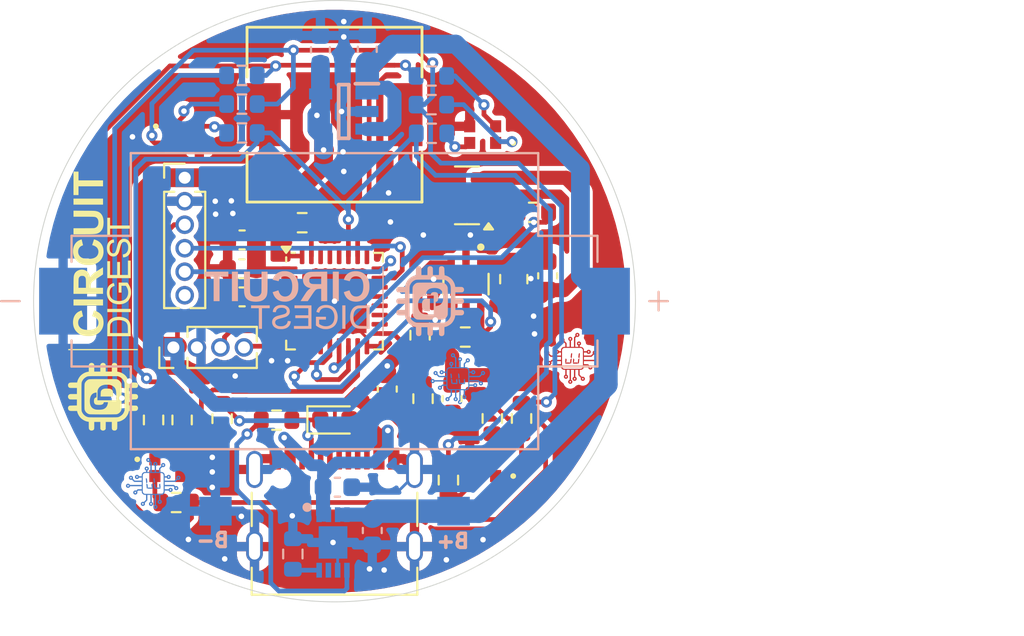
<source format=kicad_pcb>
(kicad_pcb (version 20241229) (generator "pcbnew") (generator_version "9.0")
  (layers (0 "F.Cu" signal) (2 "B.Cu" signal) (13 "F.Paste" user) (15 "B.Paste" user) (5 "F.SilkS" user "F.Silkscreen") (7 "B.SilkS" user "B.Silkscreen") (1 "F.Mask" user) (3 "B.Mask" user) (25 "Edge.Cuts" user))
  (net 0 "")
  (net 1 "+BATT")
  (net 2 "GND")
  (net 3 "Net-(BZ1-+)")
  (net 4 "Net-(D1-A)")
  (net 5 "/NRST")
  (net 6 "Net-(D1-K)")
  (net 7 "Net-(D2-RA)")
  (net 8 "Net-(D2-BA)")
  (net 9 "Net-(D2-GA)")
  (net 10 "Net-(D3-BA)")
  (net 11 "Net-(D3-GA)")
  (net 12 "Net-(D3-RA)")
  (net 13 "Net-(D4-RA)")
  (net 14 "Net-(D4-BA)")
  (net 15 "Net-(D4-GA)")
  (net 16 "Net-(D5-BA)")
  (net 17 "Net-(D5-GA)")
  (net 18 "Net-(D5-RA)")
  (net 20 "Net-(IC1-PROG)")
  (net 21 "Net-(IC1-STAT)")
  (net 22 "/SCL")
  (net 23 "/SDA")
  (net 28 "Net-(J1-CC2)")
  (net 30 "Net-(J1-CC1)")
  (net 32 "/SWDIO")
  (net 33 "/SWCLK")
  (net 34 "/Tx")
  (net 35 "/Rx")
  (net 36 "Net-(Q1-B)")
  (net 37 "/BUZ")
  (net 38 "/BOOT0")
  (net 39 "/R_LED")
  (net 40 "/G_LED")
  (net 41 "/B_LED")
  (net 51 "+2.5V")
  (net 54 "/ADC")
  (net 55 "Net-(IC3-VDD)")
  (footprint "Capacitor_SMD:C_0603_1608Metric" (layer "F.Cu") (at 11.51 -1.37 -90)
    (property "Reference" "C5" (hide yes))
    (property "Value" "1uF")
  )
  (footprint "Resistor_SMD:R_0603_1608Metric" (layer "F.Cu") (at 10.735 -4.8 180)
    (property "Reference" "R8" (hide yes))
    (property "Value" "1K")
  )
  (footprint "Resistor_SMD:R_0603_1608Metric" (layer "F.Cu") (at -6.07 6.35 90)
    (property "Reference" "R2" (hide yes))
    (property "Value" "5.1K")
  )
  (footprint "Capacitor_SMD:C_0603_1608Metric" (layer "F.Cu") (at -5 -1.75)
    (property "Reference" "C10" (hide yes))
    (property "Value" "100nF")
  )
  (footprint "Resistor_SMD:R_0603_1608Metric" (layer "F.Cu") (at -1.745 -4.24)
    (property "Reference" "R10" (hide yes))
    (property "Value" "100K")
  )
  (footprint "Package_DFN_QFN:QFN-32-1EP_5x5mm_P0.5mm_EP3.45x3.45mm" (layer "F.Cu") (at 0 0)
    (property "Reference" "U1" (hide yes))
    (property "Value" "STM32U083KCUx")
  )
  (footprint "EAST1616RGBA1:EAST1616RGBA1" (layer "F.Cu") (at -9 9 180)
    (property "Reference" "D4" (hide yes))
    (property "Value" "LED_RGBK" (hide yes))
  )
  (footprint "Connector_PinHeader_1.27mm:PinHeader_1x04_P1.27mm_Vertical" (layer "F.Cu") (at -8.7 2.5 90)
    (property "Reference" "J3" (hide yes))
    (property "Value" "UART")
  )
  (footprint "Resistor_SMD:R_0603_1608Metric" (layer "F.Cu") (at -9.77 6.42 -90)
    (property "Reference" "R17" (hide yes))
    (property "Value" "470R")
  )
  (footprint "Resistor_SMD:R_0603_1608Metric" (layer "F.Cu") (at 10.1 6.34 -90)
    (property "Reference" "R20" (hide yes))
    (property "Value" "470R")
  )
  (footprint "Resistor_SMD:R_0603_1608Metric" (layer "F.Cu") (at 6.15 9.67 -90)
    (property "Reference" "R22" (hide yes))
    (property "Value" "470R")
  )
  (footprint "LED_SMD:LED_0603_1608Metric" (layer "F.Cu") (at 0.02 6.42)
    (property "Reference" "D1" (hide yes))
    (property "Value" "LED_Small")
  )
  (footprint "Resistor_SMD:R_0603_1608Metric" (layer "F.Cu") (at -8.23 6.42 -90)
    (property "Reference" "R19" (hide yes))
    (property "Value" "470R")
  )
  (footprint "Capacitor_SMD:C_0603_1608Metric" (layer "F.Cu") (at -4.99 -0.23)
    (property "Reference" "C9" (hide yes))
    (property "Value" "100nF")
  )
  (footprint "Capacitor_SMD:C_0603_1608Metric" (layer "F.Cu") (at 2.85 4.75 90)
    (property "Reference" "C6" (hide yes))
    (property "Value" "4.7uF")
  )
  (footprint "PKMCS0909E4000_R1:PKMCS0909E4000-R1_MUR" (layer "F.Cu") (at 0 -10.08 180)
    (property "Reference" "BZ1" (hide yes))
    (property "Value" "Buzzer")
  )
  (footprint "Package_TO_SOT_SMD:SOT-23" (layer "F.Cu") (at 7.155 -5.7175 180)
    (property "Reference" "Q1" (hide yes))
    (property "Value" "SS8550")
  )
  (footprint "Resistor_SMD:R_0603_1608Metric" (layer "F.Cu") (at 8.52 6.34 -90)
    (property "Reference" "R21" (hide yes))
    (property "Value" "470R")
  )
  (footprint "SGP40_D_R4:XCDR_SGP40-D-R4" (layer "F.Cu") (at 7.1 -0.92 -90)
    (property "Reference" "IC3" (hide yes))
    (property "Value" "SGP40-D-R4")
  )
  (footprint "Capacitor_SMD:C_0603_1608Metric" (layer "F.Cu") (at 6.35 5.27 90)
    (property "Reference" "C7" (hide yes))
    (property "Value" "1uF")
  )
  (footprint "LOGO" (layer "F.Cu") (at -12.5 0 90)
    (property "Reference" "G***" (hide yes))
    (property "Value" "LOGO" (hide yes))
  )
  (footprint "Resistor_SMD:R_0603_1608Metric" (layer "F.Cu") (at -3.13 6.43)
    (property "Reference" "R3" (hide yes))
    (property "Value" "470R")
  )
  (footprint "Resistor_SMD:R_0603_1608Metric" (layer "F.Cu") (at 7.06 1.94 180)
    (property "Reference" "R5" (hide yes))
    (property "Value" "4.7K")
  )
  (footprint "LOGO" (layer "F.Cu") (at 12.85 3.09)
    (property "Reference" "G***" (hide yes))
    (property "Value" "LOGO" (hide yes))
  )
  (footprint "Resistor_SMD:R_0603_1608Metric" (layer "F.Cu") (at -8.55 10.88 180)
    (property "Reference" "R18" (hide yes))
    (property "Value" "470R")
  )
  (footprint "Capacitor_SMD:C_0603_1608Metric" (layer "F.Cu") (at -4.99 -3.31)
    (property "Reference" "C8" (hide yes))
    (property "Value" "100nF")
  )
  (footprint "" (layer "F.Cu") (at 6.43 11.35 90)
    (property "Reference" "")
    (property "Value" "")
  )
  (footprint "Resistor_SMD:R_0603_1608Metric" (layer "F.Cu") (at 4.62 1.84 -90)
    (property "Reference" "R6" (hide yes))
    (property "Value" "4.7K")
  )
  (footprint "EAST1616RGBA1:EAST1616RGBA1" (layer "F.Cu") (at 8 -9)
    (property "Reference" "D3" (hide yes))
    (property "Value" "LED_RGBK" (hide yes))
  )
  (footprint "Connector_PinHeader_1.27mm:PinHeader_1x06_P1.27mm_Vertical" (layer "F.Cu") (at -8.09 -6.67)
    (property "Reference" "J2" (hide yes))
    (property "Value" "SWD")
  )
  (footprint "EAST1616RGBA1:EAST1616RGBA1" (layer "F.Cu") (at 8 9)
    (property "Reference" "D5" (hide yes))
    (property "Value" "LED_RGBK" (hide yes))
  )
  (footprint "EAST1616RGBA1:EAST1616RGBA1" (layer "F.Cu") (at -8 -9 180)
    (property "Reference" "D2" (hide yes))
    (property "Value" "LED_RGBK" (hide yes))
  )
  (footprint "" (layer "F.Cu") (at -7.23 11.35 -90)
    (property "Reference" "")
    (property "Value" "")
  )
  (footprint "Resistor_SMD:R_0805_2012Metric" (layer "F.Cu") (at 9.68 -1.19 -90)
    (property "Reference" "R23" (hide yes))
    (property "Value" "4.7R")
  )
  (footprint "Resistor_SMD:R_0603_1608Metric" (layer "F.Cu") (at 4.78 5.27 90)
    (property "Reference" "R1" (hide yes))
    (property "Value" "5.1K")
  )
  (footprint "Connector_USB:USB_C_Receptacle_Palconn_UTC16-G" (layer "F.Cu") (at 0 11.025)
    (property "Reference" "J1" (hide yes))
    (property "Value" "USB_C_Receptacle_USB2.0_16P")
  )
  (footprint "LOGO" (layer "B.Cu") (at -9.79 9.85 180)
    (property "Reference" "G***" (hide yes))
    (property "Value" "LOGO" (hide yes))
  )
  (footprint "Capacitor_SMD:C_0603_1608Metric" (layer "B.Cu") (at -0.76 -13.58 -90)
    (property "Reference" "C4" (hide yes))
    (property "Value" "2.2uF")
  )
  (footprint "Resistor_SMD:R_0603_1608Metric" (layer "B.Cu") (at -2.25 13.665 -90)
    (property "Reference" "R4" (hide yes))
    (property "Value" "2K")
  )
  (footprint "Resistor_SMD:R_0603_1608Metric" (layer "B.Cu") (at -5 -10.65 180)
    (property "Reference" "R11" (hide yes))
    (property "Value" "470R")
  )
  (footprint "Capacitor_SMD:C_0603_1608Metric" (layer "B.Cu") (at 2.04 12.395 90)
    (property "Reference" "C2" (hide yes))
    (property "Value" "4.7uF")
  )
  (footprint "Capacitor_SMD:C_0603_1608Metric" (layer "B.Cu") (at 0.155 10.055 180)
    (property "Reference" "C1" (hide yes))
    (property "Value" "4.7uF")
  )
  (footprint "1060:BAT_1060" (layer "B.Cu") (at 0 0 180)
    (property "Reference" "BT1" (hide yes))
    (property "Value" "Battery_Cell")
  )
  (footprint "Resistor_SMD:R_0603_1608Metric" (layer "B.Cu") (at 5.23 -12.17)
    (property "Reference" "R15" (hide yes))
    (property "Value" "470R")
  )
  (footprint "Capacitor_SMD:C_0603_1608Metric" (layer "B.Cu") (at 1.77 -13.61 -90)
    (property "Reference" "C3" (hide yes))
    (property "Value" "2.2uF")
  )
  (footprint "Resistor_SMD:R_0603_1608Metric" (layer "B.Cu") (at -5 -9.09 180)
    (property "Reference" "R13" (hide yes))
    (property "Value" "470R")
  )
  (footprint "Resistor_SMD:R_0603_1608Metric" (layer "B.Cu") (at 5.23 -10.62)
    (property "Reference" "R14" (hide yes))
    (property "Value" "470R")
  )
  (footprint "LOGO" (layer "B.Cu") (at 0 0 180)
    (property "Reference" "G***" (hide yes))
    (property "Value" "LOGO" (hide yes))
  )
  (footprint "Resistor_SMD:R_0603_1608Metric" (layer "B.Cu") (at -5 -12.2 180)
    (property "Reference" "R12" (hide yes))
    (property "Value" "470R")
  )
  (footprint "LOGO" (layer "B.Cu") (at 6.66 4.19 180)
    (property "Reference" "G***" (hide yes))
    (property "Value" "LOGO" (hide yes))
  )
  (footprint "ADPL44002AUJZ-3.3-R7:SOT95P280X100-5N" (layer "B.Cu") (at 0.5 -10.25 180)
    (property "Reference" "IC2" (hide yes))
    (property "Value" "ADPL44002AUJZ" (hide yes))
  )
  (footprint "MCP73832T-2ACI_MC:SON50P300X200X100-9N-D" (layer "B.Cu") (at -0.08 13.04 -90)
    (property "Reference" "IC1" (hide yes))
    (property "Value" "MCP73832T-2ACI_MC" (hide yes))
  )
  (footprint "Resistor_SMD:R_0603_1608Metric" (layer "B.Cu") (at 5.24 -9.07)
    (property "Reference" "R16" (hide yes))
    (property "Value" "470R")
  )
  (gr_circle (center 0 0) (end 16.25 0) (stroke (width 0.05)) (fill no) (layer "Edge.Cuts"))
  (gr_text "B+" (at 7.37 13.41 0) (layer "B.SilkS") (effects (font (size 0.762 0.762) (thickness 0.1905) (bold yes)) (justify left bottom mirror)))
  (gr_text "B-" (at -5.6 13.36 0) (layer "B.SilkS") (effects (font (size 0.762 0.762) (thickness 0.1905) (bold yes)) (justify left bottom mirror)))
  (segment (start 6.55 -13.89) (end 13.28 -7.16) (width 1.016) (layer "B.Cu") (net 1))
  (segment (start 2.04 11.62) (end 2.31 11.35) (width 1.27) (layer "B.Cu") (net 1))
  (segment (start 1.77 -12.835) (end 1.77 -11.53) (width 1.27) (layer "B.Cu") (net 1))
  (segment (start 7.8 11.35) (end 14.655 4.495) (width 1.27) (layer "B.Cu") (net 1))
  (segment (start 1.77 -12.835) (end 2.095 -12.835) (width 1.016) (layer "B.Cu") (net 1))
  (segment (start 2.83 -9.3) (end 3.24 -9.71) (width 0.762) (layer "B.Cu") (net 1))
  (segment (start 1.75 -9.3) (end 2.83 -9.3) (width 0.762) (layer "B.Cu") (net 1))
  (segment (start 1.96 11.54) (end 2.04 11.62) (width 0.762) (layer "B.Cu") (net 1))
  (segment (start 14.655 4.495) (end 14.655 0) (width 1.27) (layer "B.Cu") (net 1))
  (segment (start 3.15 -13.89) (end 6.55 -13.89) (width 1.016) (layer "B.Cu") (net 1))
  (segment (start 0.43 11.54) (end 0.67 11.54) (width 0.254) (layer "B.Cu") (net 1))
  (segment (start 1.75 -11.51) (end 1.77 -11.53) (width 0.254) (layer "B.Cu") (net 1))
  (segment (start 3.24 -9.71) (end 3.24 -11.15) (width 0.762) (layer "B.Cu") (net 1))
  (segment (start 0.17 11.54) (end 0.43 11.54) (width 0.254) (layer "B.Cu") (net 1))
  (segment (start 2.31 11.35) (end 7.8 11.35) (width 1.27) (layer "B.Cu") (net 1))
  (segment (start 13.28 -7.16) (end 13.28 -1.375) (width 1.016) (layer "B.Cu") (net 1))
  (segment (start 2.095 -12.835) (end 3.15 -13.89) (width 1.016) (layer "B.Cu") (net 1))
  (segment (start 0.43 11.54) (end 1.96 11.54) (width 0.762) (layer "B.Cu") (net 1))
  (segment (start 2.86 -11.53) (end 1.77 -11.53) (width 0.762) (layer "B.Cu") (net 1))
  (segment (start 1.75 -11.2) (end 1.75 -11.51) (width 0.254) (layer "B.Cu") (net 1))
  (segment (start 13.28 -1.375) (end 14.655 0) (width 1.016) (layer "B.Cu") (net 1))
  (segment (start 3.24 -11.15) (end 2.86 -11.53) (width 0.762) (layer "B.Cu") (net 1))
  (segment (start 2.85 6.13) (end 3.1153 6.3953) (width 0.1524) (layer "F.Cu") (net 2))
  (segment (start 3.4747 6.743668) (end 3.4747 6.7547) (width 0.1524) (layer "F.Cu") (net 2))
  (segment (start 1.75 1.990001) (end 0 0.240001) (width 0.1524) (layer "F.Cu") (net 2))
  (segment (start 1.75 2.4375) (end 1.75 1.990001) (width 0.1524) (layer "F.Cu") (net 2))
  (segment (start 4.32 7.6) (end 4.32 9.095) (width 0.1524) (layer "F.Cu") (net 2))
  (segment (start 3.126332 6.3953) (end 3.4747 6.743668) (width 0.1524) (layer "F.Cu") (net 2))
  (segment (start 3.74 8.515) (end 4.32 9.095) (width 0.508) (layer "F.Cu") (net 2))
  (segment (start 0 0.240001) (end 0 0) (width 0.1524) (layer "F.Cu") (net 2))
  (segment (start 3.4747 6.7547) (end 4.32 7.6) (width 0.1524) (layer "F.Cu") (net 2))
  (segment (start 2.85 5.525) (end 2.85 6.13) (width 0.1524) (layer "F.Cu") (net 2))
  (segment (start 3.1153 6.3953) (end 3.126332 6.3953) (width 0.1524) (layer "F.Cu") (net 2))
  (segment (start 3.2 8.515) (end 3.74 8.515) (width 0.508) (layer "F.Cu") (net 2))
  (via (at -5.03 11.63) (size 0.6) (drill 0.3) (layers "F.Cu" "B.Cu") (net 2))
  (via (at -11.08 4.32) (size 0.6) (drill 0.3) (layers "F.Cu" "B.Cu") (net 2))
  (via (at 5.35 -1.19) (size 0.6) (drill 0.3) (layers "F.Cu" "B.Cu") (net 2))
  (via (at 0.5 -7.01) (size 0.6) (drill 0.3) (layers "F.Cu" "B.Cu") (net 2))
  (via (at -6.6 8.44) (size 0.6) (drill 0.3) (layers "F.Cu" "B.Cu") (net 2))
  (via (at -5.3635 4.045) (size 0.6) (drill 0.3) (layers "F.Cu" "B.Cu") (net 2))
  (via (at 6.04 13.98) (size 0.6) (drill 0.3) (layers "F.Cu" "B.Cu") (net 2))
  (via (at 0 0) (size 0.6) (drill 0.3) (layers "F.Cu" "B.Cu") (net 2))
  (via (at 4.7965 -3.575) (size 0.6) (drill 0.3) (layers "F.Cu" "B.Cu") (net 2))
  (via (at -6.6 10.06) (size 0.6) (drill 0.3) (layers "F.Cu" "B.Cu") (net 2))
  (via (at 10.75 0.81) (size 0.6) (drill 0.3) (layers "F.Cu" "B.Cu") (net 2))
  (via (at -10.91 -8.88) (size 0.6) (drill 0.3) (layers "F.Cu" "B.Cu") (net 2))
  (via (at -5.93 13.93) (size 0.6) (drill 0.3) (layers "F.Cu" "B.Cu") (net 2))
  (via (at -7.89 12.88) (size 0.6) (drill 0.3) (layers "F.Cu" "B.Cu") (net 2))
  (via (at 10.6 -1.22) (size 0.6) (drill 0.3) (layers "F.Cu" "B.Cu") (net 2))
  (via (at -6.44 -5.4) (size 0.6) (drill 0.3) (layers "F.Cu" "B.Cu") (net 2))
  (via (at -6.42 -4.7) (size 0.6) (drill 0.3) (layers "F.Cu" "B.Cu") (net 2))
  (via (at -2.53 3.22) (size 0.6) (drill 0.3) (layers "F.Cu" "B.Cu") (net 2))
  (via (at 10.8 1.77) (size 0.6) (drill 0.3) (layers "F.Cu" "B.Cu") (net 2))
  (via (at 8.02 12.89) (size 0.6) (drill 0.3) (layers "F.Cu" "B.Cu") (net 2))
  (via (at 0.46 -8.07) (size 0.6) (drill 0.3) (layers "F.Cu" "B.Cu") (net 2))
  (via (at -0.08 13.04) (size 0.6) (drill 0.3) (layers "F.Cu" "B.Cu") (net 2))
  (via (at 3.02 -4.28) (size 0.6) (drill 0.3) (layers "F.Cu" "B.Cu") (net 2))
  (via (at 0.5 -14.28) (size 0.6) (drill 0.3) (layers "F.Cu" "B.Cu") (net 2))
  (via (at 0.38 -10.25) (size 0.6) (drill 0.3) (layers "F.Cu" "B.Cu") (net 2))
  (via (at -2.28 11.6) (size 0.6) (drill 0.3) (layers "F.Cu" "B.Cu") (net 2))
  (via (at -5.57 -5.42) (size 0.6) (drill 0.3) (layers "F.Cu" "B.Cu") (net 2))
  (via (at -3.4 3.22) (size 0.6) (drill 0.3) (layers "F.Cu" "B.Cu") (net 2))
  (via (at 2.92 -5.85) (size 0.6) (drill 0.3) (layers "F.Cu" "B.Cu") (net 2))
  (via (at 1.89 14.47) (size 0.6) (drill 0.3) (layers "F.Cu" "B.Cu") (net 2))
  (via (at -5.49 -4.74) (size 0.6) (drill 0.3) (layers "F.Cu" "B.Cu") (net 2))
  (via (at 7.3365 -3.575) (size 0.6) (drill 0.3) (layers "F.Cu" "B.Cu") (net 2))
  (via (at 2.68 14.53) (size 0.6) (drill 0.3) (layers "F.Cu" "B.Cu") (net 2))
  (via (at -6.6 9.23) (size 0.6) (drill 0.3) (layers "F.Cu" "B.Cu") (net 2))
  (via (at 0.5 -15.11) (size 0.6) (drill 0.3) (layers "F.Cu" "B.Cu") (net 2))
  (segment (start 1.0772 10.2022) (end 3.5178 10.2022) (width 0.1524) (layer "B.Cu") (net 2))
  (segment (start 0.93 10.055) (end 1.0772 10.2022) (width 0.1524) (layer "B.Cu") (net 2))
  (segment (start 3.5178 10.2022) (end 4.32 9.4) (width 0.1524) (layer "B.Cu") (net 2))
  (segment (start 4.32 9.4) (end 4.32 9.095) (width 0.1524) (layer "B.Cu") (net 2))
  (segment (start 0.17 13.29) (end -0.08 13.04) (width 0.1524) (layer "B.Cu") (net 2))
  (segment (start 0.17 14.54) (end 0.17 13.29) (width 0.1524) (layer "B.Cu") (net 2))
  (segment (start 5.0025 -5.7175) (end 3.8227 -6.8973) (width 0.762) (layer "F.Cu") (net 3))
  (segment (start 6.2175 -5.7175) (end 5.0025 -5.7175) (width 0.762) (layer "F.Cu") (net 3))
  (segment (start 3.8227 -6.8973) (end 3.8227 -10.08) (width 0.762) (layer "F.Cu") (net 3))
  (segment (start 1.87 6.42) (end 0.8075 6.42) (width 0.254) (layer "F.Cu") (net 4))
  (segment (start -2.4 7.693661) (end -2.719148 7.374513) (width 0.5588) (layer "F.Cu") (net 4))
  (segment (start 2.4 8.515) (end 2.4 7.47) (width 0.5588) (layer "F.Cu") (net 4))
  (segment (start 2.4 7.47) (end 2.88 6.99) (width 0.635) (layer "F.Cu") (net 4))
  (segment (start 2.4 8.515) (end 2.4 6.95) (width 0.254) (layer "F.Cu") (net 4))
  (segment (start 2.4 6.95) (end 1.87 6.42) (width 0.254) (layer "F.Cu") (net 4))
  (segment (start -2.4 8.515) (end -2.4 7.693661) (width 0.5588) (layer "F.Cu") (net 4))
  (via (at 2.88 6.99) (size 0.6) (drill 0.3) (layers "F.Cu" "B.Cu") (net 4))
  (via (at -2.719148 7.374513) (size 0.6) (drill 0.3) (layers "F.Cu" "B.Cu") (net 4))
  (segment (start 2.88 7.96) (end 2.12 8.72) (width 0.635) (layer "B.Cu") (net 4))
  (segment (start -0.57 11.54) (end -0.33 11.54) (width 0.1524) (layer "B.Cu") (net 4))
  (segment (start -1.23 8.87) (end -0.82 8.87) (width 0.635) (layer "B.Cu") (net 4))
  (segment (start -0.82 8.87) (end -0.62 9.07) (width 0.635) (layer "B.Cu") (net 4))
  (segment (start -0.62 9.45) (end -0.62 10.055) (width 0.635) (layer "B.Cu") (net 4))
  (segment (start 0.11 8.72) (end -0.62 9.45) (width 0.635) (layer "B.Cu") (net 4))
  (segment (start -0.83 11.54) (end -0.57 11.54) (width 0.1524) (layer "B.Cu") (net 4))
  (segment (start 2.12 8.72) (end 0.11 8.72) (width 0.635) (layer "B.Cu") (net 4))
  (segment (start -0.62 9.07) (end -0.62 10.055) (width 0.635) (layer "B.Cu") (net 4))
  (segment (start -2.719148 7.380852) (end -1.23 8.87) (width 0.635) (layer "B.Cu") (net 4))
  (segment (start -0.57 11.54) (end -0.62 11.49) (width 0.762) (layer "B.Cu") (net 4))
  (segment (start 2.88 6.99) (end 2.88 7.96) (width 0.635) (layer "B.Cu") (net 4))
  (segment (start -0.62 11.49) (end -0.62 10.055) (width 0.762) (layer "B.Cu") (net 4))
  (segment (start -2.719148 7.374513) (end -2.719148 7.380852) (width 0.635) (layer "B.Cu") (net 4))
  (segment (start -8.66 0.62) (end -9.12 0.16) (width 0.254) (layer "F.Cu") (net 5))
  (segment (start -9.12 0.16) (end -9.12 -3.67) (width 0.254) (layer "F.Cu") (net 5))
  (segment (start -4.195 -0.25) (end -4.215 -0.23) (width 0.254) (layer "F.Cu") (net 5))
  (segment (start -4.215 0.205) (end -4.63 0.62) (width 0.254) (layer "F.Cu") (net 5))
  (segment (start -9.12 -3.67) (end -8.66 -4.13) (width 0.254) (layer "F.Cu") (net 5))
  (segment (start -8.66 -4.13) (end -8.09 -4.13) (width 0.254) (layer "F.Cu") (net 5))
  (segment (start -4.215 -0.23) (end -4.215 0.205) (width 0.254) (layer "F.Cu") (net 5))
  (segment (start -4.63 0.62) (end -8.66 0.62) (width 0.254) (layer "F.Cu") (net 5))
  (segment (start -2.4375 -0.25) (end -4.195 -0.25) (width 0.254) (layer "F.Cu") (net 5))
  (segment (start -2.295 6.42) (end -2.305 6.43) (width 0.254) (layer "F.Cu") (net 6))
  (segment (start -0.7675 6.42) (end -2.295 6.42) (width 0.254) (layer "F.Cu") (net 6))
  (segment (start -8.13 -10.02) (end -8.7 -9.45) (width 0.254) (layer "F.Cu") (net 7))
  (segment (start -8.13 -10.27) (end -8.13 -10.02) (width 0.254) (layer "F.Cu") (net 7))
  (via (at -8.13 -10.27) (size 0.6) (drill 0.3) (layers "F.Cu" "B.Cu") (net 7))
  (segment (start -7.75 -10.65) (end -8.13 -10.27) (width 0.254) (layer "B.Cu") (net 7))
  (segment (start -5.825 -10.65) (end -7.75 -10.65) (width 0.254) (layer "B.Cu") (net 7))
  (segment (start -7.3 -9.45) (end -6.51 -9.45) (width 0.254) (layer "F.Cu") (net 8))
  (segment (start -6.51 -9.45) (end -6.48 -9.42) (width 0.254) (layer "F.Cu") (net 8))
  (via (at -6.48 -9.42) (size 0.6) (drill 0.3) (layers "F.Cu" "B.Cu") (net 8))
  (segment (start -6.48 -9.42) (end -6.155 -9.42) (width 0.254) (layer "B.Cu") (net 8))
  (segment (start -6.155 -9.42) (end -5.825 -9.09) (width 0.254) (layer "B.Cu") (net 8))
  (segment (start -9.72 -8.55) (end -8.7 -8.55) (width 0.254) (layer "F.Cu") (net 9))
  (segment (start -9.86 -8.95) (end -9.86 -8.69) (width 0.254) (layer "F.Cu") (net 9))
  (segment (start -9.86 -8.69) (end -9.72 -8.55) (width 0.254) (layer "F.Cu") (net 9))
  (via (at -9.86 -8.95) (size 0.6) (drill 0.3) (layers "F.Cu" "B.Cu") (net 9))
  (segment (start -9.48 -11.06) (end -9.86 -10.68) (width 0.254) (layer "B.Cu") (net 9))
  (segment (start -9.86 -10.68) (end -9.86 -8.95) (width 0.254) (layer "B.Cu") (net 9))
  (segment (start -8.34 -12.2) (end -9.48 -11.06) (width 0.254) (layer "B.Cu") (net 9))
  (segment (start -5.825 -12.2) (end -8.34 -12.2) (width 0.254) (layer "B.Cu") (net 9))
  (segment (start 6.5 -8.34) (end 7.09 -8.34) (width 0.254) (layer "F.Cu") (net 10))
  (segment (start 7.09 -8.34) (end 7.3 -8.55) (width 0.254) (layer "F.Cu") (net 10))
  (via (at 6.5 -8.34) (size 0.6) (drill 0.3) (layers "F.Cu" "B.Cu") (net 10))
  (segment (start 6.43 -8.46) (end 6.43 -8.41) (width 0.254) (layer "B.Cu") (net 10))
  (segment (start 6.065 -9.07) (end 6.065 -8.825) (width 0.254) (layer "B.Cu") (net 10))
  (segment (start 6.43 -8.41) (end 6.5 -8.34) (width 0.254) (layer "B.Cu") (net 10))
  (segment (start 6.065 -8.825) (end 6.43 -8.46) (width 0.254) (layer "B.Cu") (net 10))
  (segment (start 8.07 -10.61) (end 8.07 -10.08) (width 0.254) (layer "F.Cu") (net 11))
  (segment (start 8.07 -10.08) (end 8.7 -9.45) (width 0.254) (layer "F.Cu") (net 11))
  (via (at 8.07 -10.61) (size 0.6) (drill 0.3) (layers "F.Cu" "B.Cu") (net 11))
  (segment (start 6.51 -12.17) (end 8.07 -10.61) (width 0.254) (layer "B.Cu") (net 11))
  (segment (start 6.055 -12.17) (end 6.51 -12.17) (width 0.254) (layer "B.Cu") (net 11))
  (segment (start 8.77 -8.62) (end 8.7 -8.55) (width 0.254) (layer "F.Cu") (net 12))
  (segment (start 9.58 -8.62) (end 8.77 -8.62) (width 0.254) (layer "F.Cu") (net 12))
  (via (at 9.58 -8.62) (size 0.6) (drill 0.3) (layers "F.Cu" "B.Cu") (net 12))
  (segment (start 8.97 -8.62) (end 9.58 -8.62) (width 0.254) (layer "B.Cu") (net 12))
  (segment (start 6.055 -10.62) (end 6.97 -10.62) (width 0.254) (layer "B.Cu") (net 12))
  (segment (start 6.97 -10.62) (end 7.68 -9.91) (width 0.254) (layer "B.Cu") (net 12))
  (segment (start 7.68 -9.91) (end 8.97 -8.62) (width 0.254) (layer "B.Cu") (net 12))
  (segment (start -9.77 8.48) (end -9.7 8.55) (width 0.254) (layer "F.Cu") (net 13))
  (segment (start -9.77 7.245) (end -9.77 8.48) (width 0.254) (layer "F.Cu") (net 13))
  (segment (start -8.23 8.48) (end -8.3 8.55) (width 0.254) (layer "F.Cu") (net 14))
  (segment (start -8.23 7.245) (end -8.23 8.48) (width 0.254) (layer "F.Cu") (net 14))
  (segment (start -9.7 9.45) (end -9.7 10.555) (width 0.254) (layer "F.Cu") (net 15))
  (segment (start -9.7 10.555) (end -9.375 10.88) (width 0.254) (layer "F.Cu") (net 15))
  (segment (start 6.15 10.495) (end 6.795 10.495) (width 0.254) (layer "F.Cu") (net 16))
  (segment (start 6.795 10.495) (end 7.3 9.99) (width 0.254) (layer "F.Cu") (net 16))
  (segment (start 7.3 9.99) (end 7.3 9.45) (width 0.254) (layer "F.Cu") (net 16))
  (segment (start 8.7 8.55) (end 8.7 7.345) (width 0.254) (layer "F.Cu") (net 17))
  (segment (start 8.7 7.345) (end 8.52 7.165) (width 0.254) (layer "F.Cu") (net 17))
  (segment (start 10.1 9.04) (end 10.1 7.165) (width 0.254) (layer "F.Cu") (net 18))
  (segment (start 8.7 9.45) (end 9.69 9.45) (width 0.254) (layer "F.Cu") (net 18))
  (segment (start 9.69 9.45) (end 10.1 9.04) (width 0.254) (layer "F.Cu") (net 18))
  (segment (start -0.83 14.54) (end -2.2 14.54) (width 0.254) (layer "B.Cu") (net 20))
  (segment (start -2.2 14.54) (end -2.25 14.49) (width 0.254) (layer "B.Cu") (net 20))
  (segment (start -4.72 7.18) (end -4.705 7.18) (width 0.254) (layer "F.Cu") (net 21))
  (segment (start -4.705 7.18) (end -3.955 6.43) (width 0.254) (layer "F.Cu") (net 21))
  (via (at -4.72 7.18) (size 0.6) (drill 0.3) (layers "F.Cu" "B.Cu") (net 21))
  (segment (start -5.28 7.74) (end -4.72 7.18) (width 0.254) (layer "B.Cu") (net 21))
  (segment (start -5.28 8.3) (end -5.28 7.74) (width 0.254) (layer "B.Cu") (net 21))
  (segment (start 0.53 15.66) (end -3.01 15.66) (width 0.254) (layer "B.Cu") (net 21))
  (segment (start -4.03 10.89) (end -4.59 10.89) (width 0.254) (layer "B.Cu") (net 21))
  (segment (start -3.01 15.66) (end -3.44 15.23) (width 0.254) (layer "B.Cu") (net 21))
  (segment (start -3.44 15.23) (end -3.44 11.48) (width 0.254) (layer "B.Cu") (net 21))
  (segment (start -3.44 11.48) (end -4.03 10.89) (width 0.254) (layer "B.Cu") (net 21))
  (segment (start 0.67 15.52) (end 0.53 15.66) (width 0.254) (layer "B.Cu") (net 21))
  (segment (start -5.28 10.2) (end -5.28 8.3) (width 0.254) (layer "B.Cu") (net 21))
  (segment (start -4.59 10.89) (end -5.28 10.2) (width 0.254) (layer "B.Cu") (net 21))
  (segment (start 0.67 14.54) (end 0.67 15.52) (width 0.254) (layer "B.Cu") (net 21))
  (segment (start 0.25 3.336712) (end 0.25 2.4375) (width 0.254) (layer "F.Cu") (net 22))
  (segment (start 8.43 1.11) (end 8.43 1.395) (width 0.254) (layer "F.Cu") (net 22))
  (segment (start 8.43 1.395) (end 7.885 1.94) (width 0.254) (layer "F.Cu") (net 22))
  (segment (start 7.9 0.23) (end 7.9 1.925) (width 0.381) (layer "F.Cu") (net 22))
  (segment (start 7.9 1.925) (end 7.885 1.94) (width 0.381) (layer "F.Cu") (net 22))
  (segment (start -0.021644 3.608356) (end 0.25 3.336712) (width 0.254) (layer "F.Cu") (net 22))
  (via (at 8.43 1.11) (size 0.6) (drill 0.3) (layers "F.Cu" "B.Cu") (net 22))
  (via (at -0.021644 3.608356) (size 0.6) (drill 0.3) (layers "F.Cu" "B.Cu") (net 22))
  (segment (start 7.95 -0.02) (end 8.43 0.46) (width 0.254) (layer "B.Cu") (net 22))
  (segment (start -0.021644 3.608356) (end 0.148356 3.608356) (width 0.254) (layer "B.Cu") (net 22))
  (segment (start 0.148356 3.608356) (end 3.776712 -0.02) (width 0.254) (layer "B.Cu") (net 22))
  (segment (start 8.43 0.46) (end 8.43 1.11) (width 0.254) (layer "B.Cu") (net 22))
  (segment (start 3.776712 -0.02) (end 7.95 -0.02) (width 0.254) (layer "B.Cu") (net 22))
  (segment (start 4.625 1.02) (end 4.62 1.015) (width 0.254) (layer "F.Cu") (net 23))
  (segment (start 4.62 -1.5) (end 4.62 1.015) (width 0.254) (layer "F.Cu") (net 23))
  (segment (start 5.44 1.02) (end 4.625 1.02) (width 0.254) (layer "F.Cu") (net 23))
  (segment (start 6.3 -2.07) (end 5.19 -2.07) (width 0.254) (layer "F.Cu") (net 23))
  (segment (start -1.427 3.32) (end -0.62 3.32) (width 0.254) (layer "F.Cu") (net 23))
  (segment (start -0.62 3.32) (end -0.25 2.95) (width 0.254) (layer "F.Cu") (net 23))
  (segment (start 5.19 -2.07) (end 4.62 -1.5) (width 0.254) (layer "F.Cu") (net 23))
  (segment (start -0.25 2.95) (end -0.25 2.4375) (width 0.254) (layer "F.Cu") (net 23))
  (segment (start -2.17 4.063) (end -1.427 3.32) (width 0.254) (layer "F.Cu") (net 23))
  (via (at 5.44 1.02) (size 0.6) (drill 0.3) (layers "F.Cu" "B.Cu") (net 23))
  (via (at -2.17 4.063) (size 0.6) (drill 0.3) (layers "F.Cu" "B.Cu") (net 23))
  (segment (start -1.95 4.64) (end 0.35 4.64) (width 0.254) (layer "B.Cu") (net 23))
  (segment (start -2.17 4.42) (end -1.95 4.64) (width 0.254) (layer "B.Cu") (net 23))
  (segment (start 3.97 1.02) (end 5.44 1.02) (width 0.254) (layer "B.Cu") (net 23))
  (segment (start 0.35 4.64) (end 3.97 1.02) (width 0.254) (layer "B.Cu") (net 23))
  (segment (start -2.17 4.063) (end -2.17 4.42) (width 0.254) (layer "B.Cu") (net 23))
  (segment (start 1.41 7.27) (end 0.21 7.27) (width 0.2032) (layer "F.Cu") (net 28))
  (segment (start 0.02 5.86) (end 1.13 4.75) (width 0.2032) (layer "F.Cu") (net 28))
  (segment (start 0.02 7.08) (end 0.02 5.86) (width 0.2032) (layer "F.Cu") (net 28))
  (segment (start 1.13 4.75) (end 4.475 4.75) (width 0.2032) (layer "F.Cu") (net 28))
  (segment (start 1.75 7.61) (end 1.41 7.27) (width 0.2032) (layer "F.Cu") (net 28))
  (segment (start 0.21 7.27) (end 0.02 7.08) (width 0.2032) (layer "F.Cu") (net 28))
  (segment (start 1.75 8.515) (end 1.75 7.61) (width 0.2032) (layer "F.Cu") (net 28))
  (segment (start 4.475 4.75) (end 4.78 4.445) (width 0.2032) (layer "F.Cu") (net 28))
  (segment (start -5.644 5.951) (end -6.07 5.525) (width 0.254) (layer "F.Cu") (net 30))
  (segment (start -1.25 7.45) (end -1.44 7.26) (width 0.254) (layer "F.Cu") (net 30))
  (segment (start -5.13 6.47) (end -5.644 5.956) (width 0.254) (layer "F.Cu") (net 30))
  (segment (start -5.644 5.956) (end -5.644 5.951) (width 0.254) (layer "F.Cu") (net 30))
  (segment (start -1.25 8.515) (end -1.25 7.45) (width 0.254) (layer "F.Cu") (net 30))
  (via (at -1.44 7.26) (size 0.6) (drill 0.3) (layers "F.Cu" "B.Cu") (net 30))
  (via (at -5.13 6.47) (size 0.6) (drill 0.3) (layers "F.Cu" "B.Cu") (net 30))
  (segment (start -5.12 6.46) (end -1.54 6.46) (width 0.254) (layer "B.Cu") (net 30))
  (segment (start -5.13 6.47) (end -5.12 6.46) (width 0.254) (layer "B.Cu") (net 30))
  (segment (start -1.44 6.56) (end -1.44 7.26) (width 0.254) (layer "B.Cu") (net 30))
  (segment (start -1.54 6.46) (end -1.44 6.56) (width 0.254) (layer "B.Cu") (net 30))
  (segment (start 3.51 -1.52) (end 3.658 -1.668) (width 0.254) (layer "F.Cu") (net 32))
  (segment (start 3.24 -1.25) (end 3.51 -1.52) (width 0.254) (layer "F.Cu") (net 32))
  (segment (start 3.658 -2.822) (end 3.55 -2.93) (width 0.254) (layer "F.Cu") (net 32))
  (segment (start 2.4375 -1.25) (end 3.24 -1.25) (width 0.254) (layer "F.Cu") (net 32))
  (segment (start 3.658 -1.668) (end 3.658 -2.822) (width 0.254) (layer "F.Cu") (net 32))
  (via (at 3.55 -2.93) (size 0.6) (drill 0.3) (layers "F.Cu" "B.Cu") (net 32))
  (segment (start 3.55 -2.93) (end 3.5 -2.98) (width 0.254) (layer "B.Cu") (net 32))
  (segment (start 3.5 -2.98) (end 2.12 -2.98) (width 0.254) (layer "B.Cu") (net 32))
  (segment (start 2 -2.86) (end -8.09 -2.86) (width 0.254) (layer "B.Cu") (net 32))
  (segment (start 2.12 -2.98) (end 2 -2.86) (width 0.254) (layer "B.Cu") (net 32))
  (segment (start 3.03 -2.18) (end 2.6 -1.75) (width 0.254) (layer "F.Cu") (net 33))
  (segment (start 2.6 -1.75) (end 2.4375 -1.75) (width 0.254) (layer "F.Cu") (net 33))
  (via (at 3.03 -2.18) (size 0.6) (drill 0.3) (layers "F.Cu" "B.Cu") (net 33))
  (segment (start 3.03 -2.18) (end 2.44 -1.59) (width 0.254) (layer "B.Cu") (net 33))
  (segment (start 2.44 -1.59) (end -8.09 -1.59) (width 0.254) (layer "B.Cu") (net 33))
  (segment (start -5.6 1.6) (end -5.94 1.94) (width 0.254) (layer "F.Cu") (net 34))
  (segment (start -2.4375 1.75) (end -3.56 1.75) (width 0.254) (layer "F.Cu") (net 34))
  (segment (start -5.94 1.94) (end -5.94 2.44) (width 0.254) (layer "F.Cu") (net 34))
  (segment (start -3.71 1.6) (end -5.6 1.6) (width 0.254) (layer "F.Cu") (net 34))
  (segment (start -3.56 1.75) (end -3.71 1.6) (width 0.254) (layer "F.Cu") (net 34))
  (segment (start -1.75 2.4375) (end -4.6675 2.4375) (width 0.254) (layer "F.Cu") (net 35))
  (segment (start -4.6675 2.4375) (end -4.67 2.44) (width 0.254) (layer "F.Cu") (net 35))
  (segment (start 8.0925 -4.7675) (end 9.8775 -4.7675) (width 0.254) (layer "F.Cu") (net 36))
  (segment (start 9.905 -4.805) (end 9.91 -4.8) (width 0.254) (layer "F.Cu") (net 36))
  (segment (start 9.8775 -4.7675) (end 9.91 -4.8) (width 0.254) (layer "F.Cu") (net 36))
  (segment (start -0.97 3.97) (end -0.97 4.203) (width 0.254) (layer "F.Cu") (net 37))
  (segment (start 0.238483 4.236356) (end 0.75 3.724839) (width 0.254) (layer "F.Cu") (net 37))
  (segment (start 0.75 3.724839) (end 0.75 2.4375) (width 0.254) (layer "F.Cu") (net 37))
  (segment (start 10.762518 -4.260976) (end 11.419024 -4.260976) (width 0.254) (layer "F.Cu") (net 37))
  (segment (start -0.936644 4.236356) (end 0.238483 4.236356) (width 0.254) (layer "F.Cu") (net 37))
  (segment (start 11.419024 -4.260976) (end 11.56 -4.401952) (width 0.254) (layer "F.Cu") (net 37))
  (segment (start 11.56 -4.401952) (end 11.56 -4.8) (width 0.254) (layer "F.Cu") (net 37))
  (segment (start -0.97 4.203) (end -0.936644 4.236356) (width 0.254) (layer "F.Cu") (net 37))
  (via (at -0.97 3.97) (size 0.6) (drill 0.3) (layers "F.Cu" "B.Cu") (net 37))
  (via (at 10.762518 -4.260976) (size 0.6) (drill 0.3) (layers "F.Cu" "B.Cu") (net 37))
  (segment (start 9.013 -2.35) (end 4.78 -2.35) (width 0.254) (layer "B.Cu") (net 37))
  (segment (start -0.97 3.4) (end -0.97 3.97) (width 0.254) (layer "B.Cu") (net 37))
  (segment (start 4.78 -2.35) (end -0.97 3.4) (width 0.254) (layer "B.Cu") (net 37))
  (segment (start 10.762518 -4.099518) (end 9.013 -2.35) (width 0.254) (layer "B.Cu") (net 37))
  (segment (start 10.762518 -4.260976) (end 10.762518 -4.099518) (width 0.254) (layer "B.Cu") (net 37))
  (segment (start -1.25 -2.4375) (end -1.25 -3.91) (width 0.254) (layer "F.Cu") (net 38))
  (segment (start -1.25 -3.91) (end -0.92 -4.24) (width 0.254) (layer "F.Cu") (net 38))
  (segment (start -7.19 4.88) (end -7.19 6.18) (width 0.254) (layer "F.Cu") (net 39))
  (segment (start -5.487754 4.88) (end -5.570754 4.797) (width 0.254) (layer "F.Cu") (net 39))
  (segment (start 10.165 5.45) (end 10.1 5.515) (width 0.254) (layer "F.Cu") (net 39))
  (segment (start 5.300727 -12.875258) (end 5.144742 -12.875258) (width 0.254) (layer "F.Cu") (net 39))
  (segment (start -11.13 5.59) (end -9.775 5.59) (width 0.254) (layer "F.Cu") (net 39))
  (segment (start -9.77 6.08) (end -9.77 5.595) (width 0.254) (layer "F.Cu") (net 39))
  (segment (start 1.25 2.4375) (end 1.25 4.02) (width 0.254) (layer "F.Cu") (net 39))
  (segment (start -7.19 6.18) (end -7.44 6.43) (width 0.254) (layer "F.Cu") (net 39))
  (segment (start 4.46 -13.56) (end -2.22 -13.56) (width 0.254) (layer "F.Cu") (net 39))
  (segment (start -7.44 6.43) (end -9.42 6.43) (width 0.254) (layer "F.Cu") (net 39))
  (segment (start 1.25 4.02) (end 0.39 4.88) (width 0.254) (layer "F.Cu") (net 39))
  (segment (start -11.48 5.24) (end -11.13 5.59) (width 0.254) (layer "F.Cu") (net 39))
  (segment (start 5.144742 -12.875258) (end 4.46 -13.56) (width 0.254) (layer "F.Cu") (net 39))
  (segment (start -6.652246 4.88) (end -7.19 4.88) (width 0.254) (layer "F.Cu") (net 39))
  (segment (start -6.569246 4.797) (end -6.652246 4.88) (width 0.254) (layer "F.Cu") (net 39))
  (segment (start -9.42 6.43) (end -9.77 6.08) (width 0.254) (layer "F.Cu") (net 39))
  (segment (start 11.44 5.45) (end 10.165 5.45) (width 0.254) (layer "F.Cu") (net 39))
  (segment (start -9.775 5.59) (end -9.77 5.595) (width 0.254) (layer "F.Cu") (net 39))
  (segment (start 0.39 4.88) (end -5.487754 4.88) (width 0.254) (layer "F.Cu") (net 39))
  (segment (start -5.570754 4.797) (end -6.569246 4.797) (width 0.254) (layer "F.Cu") (net 39))
  (via (at -2.22 -13.56) (size 0.6) (drill 0.3) (layers "F.Cu" "B.Cu") (net 39))
  (via (at -11.48 5.24) (size 0.6) (drill 0.3) (layers "F.Cu" "B.Cu") (net 39))
  (via (at 5.300727 -12.875258) (size 0.6) (drill 0.3) (layers "F.Cu" "B.Cu") (net 39))
  (via (at 11.44 5.45) (size 0.6) (drill 0.3) (layers "F.Cu" "B.Cu") (net 39))
  (segment (start 5.74 -7.46) (end 9.92 -7.46) (width 0.254) (layer "B.Cu") (net 39))
  (segment (start -11.87 -9.313467) (end -11.87 4.02) (width 0.254) (layer "B.Cu") (net 39))
  (segment (start 5.300727 -12.695983) (end 5.301308 -12.695402) (width 0.254) (layer "B.Cu") (net 39))
  (segment (start 9.92 -7.46) (end 12.26 -5.12) (width 0.254) (layer "B.Cu") (net 39))
  (segment (start 11.9 2.56) (end 11.9 4.99) (width 0.254) (layer "B.Cu") (net 39))
  (segment (start 4.85 -10.62) (end 4.405 -10.62) (width 0.254) (layer "B.Cu") (net 39))
  (segment (start -3.09 -10.65) (end -2.22 -11.52) (width 0.254) (layer "B.Cu") (net 39))
  (segment (start -4.175 -10.65) (end -3.09 -10.65) (width 0.254) (layer "B.Cu") (net 39))
  (segment (start 4.405 -10.62) (end 5.19 -9.835) (width 0.254) (layer "B.Cu") (net 39))
  (segment (start 11.9 4.99) (end 11.44 5.45) (width 0.254) (layer "B.Cu") (net 39))
  (segment (start 5.19 -8.01) (end 5.74 -7.46) (width 0.254) (layer "B.Cu") (net 39))
  (segment (start 5.300727 -12.875258) (end 5.300727 -12.695983) (width 0.254) (layer "B.Cu") (net 39))
  (segment (start -2.22 -11.52) (end -2.22 -13.56) (width 0.254) (layer "B.Cu") (net 39))
  (segment (start -11.87 4.02) (end -11.87 4.85) (width 0.254) (layer "B.Cu") (net 39))
  (segment (start 5.19 -9.835) (end 5.19 -8.01) (width 0.254) (layer "B.Cu") (net 39))
  (segment (start -7.623467 -13.56) (end -8.528467 -12.655) (width 0.254) (layer "B.Cu") (net 39))
  (segment (start -8.528467 -12.655) (end -11.87 -9.313467) (width 0.254) (layer "B.Cu") (net 39))
  (segment (start 12.26 -5.12) (end 12.26 2.2) (width 0.254) (layer "B.Cu") (net 39))
  (segment (start 5.301308 -11.071308) (end 4.85 -10.62) (width 0.254) (layer "B.Cu") (net 39))
  (segment (start -2.22 -13.56) (end -7.623467 -13.56) (width 0.254) (layer "B.Cu") (net 39))
  (segment (start 12.26 2.2) (end 11.9 2.56) (width 0.254) (layer "B.Cu") (net 39))
  (segment (start 5.301308 -12.695402) (end 5.301308 -11.071308) (width 0.254) (layer "B.Cu") (net 39))
  (segment (start -11.87 4.85) (end -11.48 5.24) (width 0.254) (layer "B.Cu") (net 39))
  (segment (start -9.72 12.11) (end -8.12 12.11) (width 0.254) (layer "F.Cu") (net 40))
  (segment (start 10.92 6.36) (end 9.365 6.36) (width 0.254) (layer "F.Cu") (net 40))
  (segment (start -12.64 9.19) (end -9.72 12.11) (width 0.254) (layer "F.Cu") (net 40))
  (segment (start 1.87 -12.02) (end 1.87 -3.96) (width 0.254) (layer "F.Cu") (net 40))
  (segment (start 9.365 6.36) (end 8.52 5.515) (width 0.254) (layer "F.Cu") (net 40))
  (segment (start 1.87 -3.96) (end 1.25 -3.34) (width 0.254) (layer "F.Cu") (net 40))
  (segment (start -12.64 -8.96) (end -12.64 9.19) (width 0.254) (layer "F.Cu") (net 40))
  (segment (start -3.18 -12.71) (end -3.14 -12.75) (width 0.254) (layer "F.Cu") (net 40))
  (segment (start 8.74 11.8) (end 11.4 9.14) (width 0.254) (layer "F.Cu") (net 40))
  (segment (start 2.6 -12.75) (end 1.87 -12.02) (width 0.254) (layer "F.Cu") (net 40))
  (segment (start -7.725 10.88) (end 4.54 10.88) (width 0.254) (layer "F.Cu") (net 40))
  (segment (start 5.46 11.8) (end 8.74 11.8) (width 0.254) (layer "F.Cu") (net 40))
  (segment (start 3.25 -12.75) (end 2.6 -12.75) (width 0.254) (layer "F.Cu") (net 40))
  (segment (start -8.12 12.11) (end -7.725 11.715) (width 0.254) (layer "F.Cu") (net 40))
  (segment (start 11.4 9.14) (end 11.4 6.84) (width 0.254) (layer "F.Cu") (net 40))
  (segment (start -7.725 11.715) (end -7.725 10.88) (width 0.254) (layer "F.Cu") (net 40))
  (segment (start 4.54 10.88) (end 5.46 11.8) (width 0.254) (layer "F.Cu") (net 40))
  (segment (start -3.18 -12.71) (end -8.89 -12.71) (width 0.254) (layer "F.Cu") (net 40))
  (segment (start -8.89 -12.71) (end -12.64 -8.96) (width 0.254) (layer "F.Cu") (net 40))
  (segment (start 3.83 -12.75) (end 3.25 -12.75) (width 0.254) (layer "F.Cu") (net 40))
  (segment (start 1.25 -3.34) (end 1.25 -2.4375) (width 0.254) (layer "F.Cu") (net 40))
  (segment (start -3.14 -12.75) (end 3.25 -12.75) (width 0.254) (layer "F.Cu") (net 40))
  (segment (start 11.4 6.84) (end 10.92 6.36) (width 0.254) (layer "F.Cu") (net 40))
  (via (at 3.83 -12.75) (size 0.6) (drill 0.3) (layers "F.Cu" "B.Cu") (net 40))
  (via (at -3.18 -12.71) (size 0.6) (drill 0.3) (layers "F.Cu" "B.Cu") (net 40))
  (segment (start -3.69 -12.2) (end -3.18 -12.71) (width 0.254) (layer "B.Cu") (net 40))
  (segment (start -4.175 -12.2) (end -3.69 -12.2) (width 0.254) (layer "B.Cu") (net 40))
  (segment (start 3.96 -12.62) (end 3.96 -12.615) (width 0.254) (layer "B.Cu") (net 40))
  (segment (start 3.83 -12.75) (end 3.96 -12.62) (width 0.254) (layer "B.Cu") (net 40))
  (segment (start 3.96 -12.615) (end 4.405 -12.17) (width 0.254) (layer "B.Cu") (net 40))
  (segment (start -8.73 4.36) (end -8.23 4.86) (width 0.254) (layer "F.Cu") (net 41))
  (segment (start -8.23 4.86) (end -8.23 5.595) (width 0.254) (layer "F.Cu") (net 41))
  (segment (start 0.75 -4.42) (end 0.75 -2.4375) (width 0.254) (layer "F.Cu") (net 41))
  (segment (start 6.15 7.76) (end 6.15 8.845) (width 0.254) (layer "F.Cu") (net 41))
  (segment (start -10.15 4.17) (end -9.96 4.36) (width 0.254) (layer "F.Cu") (net 41))
  (segment (start -9.96 4.36) (end -8.73 4.36) (width 0.254) (layer "F.Cu") (net 41))
  (via (at 0.75 -4.42) (size 0.6) (drill 0.3) (layers "F.Cu" "B.Cu") (net 41))
  (via (at -10.15 4.17) (size 0.6) (drill 0.3) (layers "F.Cu" "B.Cu") (net 41))
  (via (at 6.15 7.76) (size 0.6) (drill 0.3) (layers "F.Cu" "B.Cu") (net 41))
  (segment (start -5.09 -7.67) (end -9.81 -7.67) (width 0.254) (layer "B.Cu") (net 41))
  (segment (start 5.46 -6.8) (end 9.76 -6.8) (width 0.254) (layer "B.Cu") (net 41))
  (segment (start 4.415 -9.07) (end 4.415 -7.845) (width 0.254) (layer "B.Cu") (net 41))
  (segment (start 11.445 2.748468) (end 11.445 3.855) (width 0.254) (layer "B.Cu") (net 41))
  (segment (start 11.66 -4.9) (end 11.66 2.156533) (width 0.254) (layer "B.Cu") (net 41))
  (segment (start 0.75 -4.91) (end -3.43 -9.09) (width 0.254) (layer "B.Cu") (net 41))
  (segment (start 11.66 2.156533) (end 11.445 2.371532) (width 0.254) (layer "B.Cu") (net 41))
  (segment (start -10.21 -7.67) (end -10.73 -7.15) (width 0.254) (layer "B.Cu") (net 41))
  (segment (start -9.81 -7.67) (end -10.21 -7.67) (width 0.254) (layer "B.Cu") (net 41))
  (segment (start 11.445 2.371533) (end 11.445 2.748468) (width 0.254) (layer "B.Cu") (net 41))
  (segment (start 6.5 7.41) (end 6.15 7.76) (width 0.254) (layer "B.Cu") (net 41))
  (segment (start -4.175 -9.09) (end -4.175 -8.585) (width 0.254) (layer "B.Cu") (net 41))
  (segment (start -10.73 -7.15) (end -10.73 3.59) (width 0.254) (layer "B.Cu") (net 41))
  (segment (start -4.89 -7.87) (end -5.09 -7.67) (width 0.254) (layer "B.Cu") (net 41))
  (segment (start 0.75 -4.42) (end 0.75 -5.405) (width 0.254) (layer "B.Cu") (net 41))
  (segment (start -3.43 -9.09) (end -4.175 -9.09) (width 0.254) (layer "B.Cu") (net 41))
  (segment (start 7.89 7.41) (end 6.5 7.41) (width 0.254) (layer "B.Cu") (net 41))
  (segment (start 0.75 -4.42) (end 0.75 -4.91) (width 0.254) (layer "B.Cu") (net 41))
  (segment (start -4.175 -8.585) (end -4.89 -7.87) (width 0.254) (layer "B.Cu") (net 41))
  (segment (start 4.415 -7.845) (end 5.46 -6.8) (width 0.254) (layer "B.Cu") (net 41))
  (segment (start 11.445 2.371532) (end 11.445 2.371533) (width 0.254) (layer "B.Cu") (net 41))
  (segment (start 9.76 -6.8) (end 11.66 -4.9) (width 0.254) (layer "B.Cu") (net 41))
  (segment (start 11.445 3.855) (end 7.89 7.41) (width 0.254) (layer "B.Cu") (net 41))
  (segment (start 0.75 -5.405) (end 4.415 -9.07) (width 0.254) (layer "B.Cu") (net 41))
  (segment (start -10.73 3.59) (end -10.15 4.17) (width 0.254) (layer "B.Cu") (net 41))
  (segment (start 9.68 3.79) (end 9.68 -0.2775) (width 0.762) (layer "F.Cu") (net 51))
  (segment (start 5.51 2.665) (end 6.235 1.94) (width 0.762) (layer "F.Cu") (net 51))
  (segment (start -0.59 -8.17) (end -0.549 -8.17) (width 1.016) (layer "F.Cu") (net 51))
  (segment (start 5.51 2.665) (end 6.065 2.665) (width 0.762) (layer "F.Cu") (net 51))
  (segment (start -0.59 -7.36) (end -1.695 -6.255) (width 1.016) (layer "F.Cu") (net 51))
  (segment (start -0.59 -8.17) (end -0.59 -7.36) (width 1.016) (layer "F.Cu") (net 51))
  (segment (start 4.62 2.665) (end 5.51 2.665) (width 0.762) (layer "F.Cu") (net 51))
  (segment (start -4.215 -3.31) (end -4.215 -1.76) (width 1.016) (layer "F.Cu") (net 51))
  (segment (start 4.08 2.665) (end 3.685 2.665) (width 0.762) (layer "F.Cu") (net 51))
  (segment (start 7.1 0.23) (end 7.1 1.075) (width 0.381) (layer "F.Cu") (net 51))
  (segment (start 12.5025 -6.6675) (end 8.0925 -6.6675) (width 0.762) (layer "F.Cu") (net 51))
  (segment (start 13.31 -1.52) (end 13.31 -5.86) (width 0.762) (layer "F.Cu") (net 51))
  (segment (start 11.1925 -0.2775) (end 11.51 -0.595) (width 0.762) (layer "F.Cu") (net 51))
  (segment (start 3.18 1.75) (end 4.08 2.65) (width 0.254) (layer "F.Cu") (net 51))
  (segment (start 9.68 -0.2775) (end 11.1925 -0.2775) (width 0.762) (layer "F.Cu") (net 51))
  (segment (start 7.1 1.075) (end 6.235 1.94) (width 0.381) (layer "F.Cu") (net 51))
  (segment (start 4.62 2.665) (end 4.08 2.665) (width 0.762) (layer "F.Cu") (net 51))
  (segment (start 4.08 2.65) (end 4.08 2.665) (width 0.254) (layer "F.Cu") (net 51))
  (segment (start -4.215 -5.9304) (end -4.215 -6.255) (width 1.016) (layer "F.Cu") (net 51))
  (segment (start 6.35 4.49) (end 6.84 4) (width 0.762) (layer "F.Cu") (net 51))
  (segment (start -8.48 1.49) (end -8.48 2.44) (width 0.254) (layer "F.Cu") (net 51))
  (segment (start 6.35 4.495) (end 6.35 4.49) (width 0.762) (layer "F.Cu") (net 51))
  (segment (start 9.47 4) (end 9.68 3.79) (width 0.762) (layer "F.Cu") (net 51))
  (segment (start -1.695 -6.255) (end -4.215 -6.255) (width 1.016) (layer "F.Cu") (net 51))
  (segment (start -4.215 -6.255) (end -4.63 -6.67) (width 1.016) (layer "F.Cu") (net 51))
  (segment (start -4.215 -1.76) (end -4.225 -1.75) (width 1.016) (layer "F.Cu") (net 51))
  (segment (start 6.84 4) (end 9.47 4) (width 0.762) (layer "F.Cu") (net 51))
  (segment (start -8.09 -6.67) (end -9.58 -6.67) (width 1.016) (layer "F.Cu") (net 51))
  (segment (start 3.3525 2.665) (end 4.62 2.665) (width 0.254) (layer "F.Cu") (net 51))
  (segment (start 6.065 2.665) (end 6.35 2.95) (width 0.762) (layer "F.Cu") (net 51))
  (segment (start 3.685 2.665) (end 2.85 3.5) (width 0.762) (layer "F.Cu") (net 51))
  (segment (start -10.17 1.67) (end -9.4 2.44) (width 1.016) (layer "F.Cu") (net 51))
  (segment (start 12.385 -0.595) (end 13.31 -1.52) (width 0.762) (layer "F.Cu") (net 51))
  (segment (start -0.95 -9.29) (end -0.95 -10.04) (width 1.016) (layer "F.Cu") (net 51))
  (segment (start -2.4375 0.25) (end -2.928984 0.25) (width 0.254) (layer "F.Cu") (net 51))
  (segment (start -3.818984 1.14) (end -8.13 1.14) (width 0.254) (layer "F.Cu") (net 51))
  (segment (start 6.35 2.95) (end 6.35 4.495) (width 0.762) (layer "F.Cu") (net 51))
  (segment (start -0.59 -8.93) (end -0.95 -9.29) (width 1.016) (layer "F.Cu") (net 51))
  (segment (start -10.17 -6.08) (end -10.17 1.67) (width 1.016) (layer "F.Cu") (net 51))
  (segment (start -9.4 2.44) (end -8.48 2.44) (width 1.016) (layer "F.Cu") (net 51))
  (segment (start -4.63 -6.67) (end -8.09 -6.67) (width 1.016) (layer "F.Cu") (net 51))
  (segment (start -8.13 1.14) (end -8.48 1.49) (width 0.254) (layer "F.Cu") (net 51))
  (segment (start 11.51 -0.595) (end 12.385 -0.595) (width 0.762) (layer "F.Cu") (net 51))
  (segment (start -9.58 -6.67) (end -10.17 -6.08) (width 1.016) (layer "F.Cu") (net 51))
  (segment (start -2.928984 0.25) (end -3.818984 1.14) (width 0.254) (layer "F.Cu") (net 51))
  (segment (start -4.215 -3.31) (end -4.215 -5.9304) (width 1.016) (layer "F.Cu") (net 51))
  (segment (start 13.31 -5.86) (end 12.5025 -6.6675) (width 0.762) (layer "F.Cu") (net 51))
  (segment (start -0.549 -8.17) (end -0.549 -8.121) (width 1.016) (layer "F.Cu") (net 51))
  (segment (start -2.4375 -1.75) (end -4.225 -1.75) (width 0.254) (layer "F.Cu") (net 51))
  (segment (start 2.4375 1.75) (end 3.18 1.75) (width 0.254) (layer "F.Cu") (net 51))
  (segment (start 2.85 3.5) (end 2.85 3.975) (width 0.762) (layer "F.Cu") (net 51))
  (segment (start -0.59 -8.17) (end -0.59 -8.93) (width 1.016) (layer "F.Cu") (net 51))
  (via (at -0.95 -10.04) (size 0.6) (drill 0.3) (layers "F.Cu" "B.Cu") (net 51))
  (via (at -0.59 -8.17) (size 0.6) (drill 0.3) (layers "F.Cu" "B.Cu") (net 51))
  (via (at 2.85 3.5) (size 0.6) (drill 0.3) (layers "F.Cu" "B.Cu") (net 51))
  (segment (start 0.75 5.6) (end -4.752663 5.6) (width 0.762) (layer "B.Cu") (net 51))
  (segment (start -0.75 -11.2) (end -0.75 -10.24) (width 1.016) (layer "B.Cu") (net 51))
  (segment (start -4.764663 5.588) (end -5.495337 5.588) (width 0.762) (layer "B.Cu") (net 51))
  (segment (start -0.75 -10.24) (end -0.95 -10.04) (width 1.016) (layer "B.Cu") (net 51))
  (segment (start -0.95 -9.29) (end -0.95 -10.04) (width 1.016) (layer "B.Cu") (net 51))
  (segment (start -0.76 -11.21) (end -0.75 -11.2) (width 1.016) (layer "B.Cu") (net 51))
  (segment (start -0.59 -8.17) (end -0.59 -8.93) (width 1.016) (layer "B.Cu") (net 51))
  (segment (start -0.76 -12.805) (end -0.76 -11.21) (width 1.016) (layer "B.Cu") (net 51))
  (segment (start 2.85 3.5) (end 0.75 5.6) (width 0.762) (layer "B.Cu") (net 51))
  (segment (start -0.59 -8.93) (end -0.95 -9.29) (width 1.016) (layer "B.Cu") (net 51))
  (segment (start -8.48 3.56) (end -8.48 2.44) (width 0.762) (layer "B.Cu") (net 51))
  (segment (start -6.44 5.6) (end -8.48 3.56) (width 0.762) (layer "B.Cu") (net 51))
  (segment (start -4.752663 5.6) (end -4.764663 5.588) (width 0.762) (layer "B.Cu") (net 51))
  (segment (start -5.507337 5.6) (end -6.44 5.6) (width 0.762) (layer "B.Cu") (net 51))
  (segment (start -5.495337 5.588) (end -5.507337 5.6) (width 0.762) (layer "B.Cu") (net 51))
  (segment (start -0.75 -11.2) (end -0.75 -9.3) (width 1.016) (layer "B.Cu") (net 51))
  (segment (start 7.9 -2.07) (end 9.6475 -2.07) (width 0.381) (layer "F.Cu") (net 55))
  (segment (start 9.6475 -2.07) (end 9.68 -2.1025) (width 0.381) (layer "F.Cu") (net 55))
  (zone (net 2) (net_name "GND") (layers "F.Cu" "B.Cu") (connect_pads (clearance 0.254)) (min_thickness 0.25) (fill yes (thermal_gap 0.5) (thermal_bridge_width 0.5))
    (polygon (pts (xy -14.01 -8.26) (xy -12.71 -10.16) (xy -11.38 -11.62) (xy -9.95 -12.84) (xy -8.25 -14.01) (xy -6.49 -14.9) (xy -4.98 -15.48) (xy -3.66 -15.84) (xy -2.39 -16.09) (xy -0.8 -16.23) (xy 0.82 -16.24) (xy 2.61 -16.07) (xy 4.93 -15.52) (xy 7.11 -14.64) (xy 9.01 -13.56) (xy 11.19 -11.82) (xy 12.56 -10.34) (xy 13.43 -9.21) (xy 14.37 -7.63) (xy 15.14 -6) (xy 15.74 -4.17) (xy 16.14 -2.19) (xy 16.27 -0.6) (xy 16.26 0.75) (xy 16.12 2.35) (xy 15.74 4.17) (xy 15.16 5.94) (xy 14.48 7.44) (xy 13.64 8.9) (xy 12.63 10.27) (xy 11.45 11.57) (xy 10.37 12.55) (xy 8.98 13.58) (xy 7.78 14.3) (xy 6.45 14.94) (xy 4.51 15.65) (xy 3.09 15.97) (xy 1.17 16.23) (xy -0.82 16.26) (xy -2.18 16.13) (xy -4.22 15.72) (xy -6.3 15.02) (xy -8.69 13.76) (xy -10.67 12.31) (xy -12.54 10.37) (xy -13.91 8.46) (xy -14.93 6.45) (xy -15.55 4.77) (xy -16 2.97) (xy -16.23 1.2) (xy -16.28 -0.51) (xy -16.11 -2.39) (xy -15.71 -4.29) (xy -14.92 -6.53) (xy -14.21 -7.93)))
  )
)
</source>
